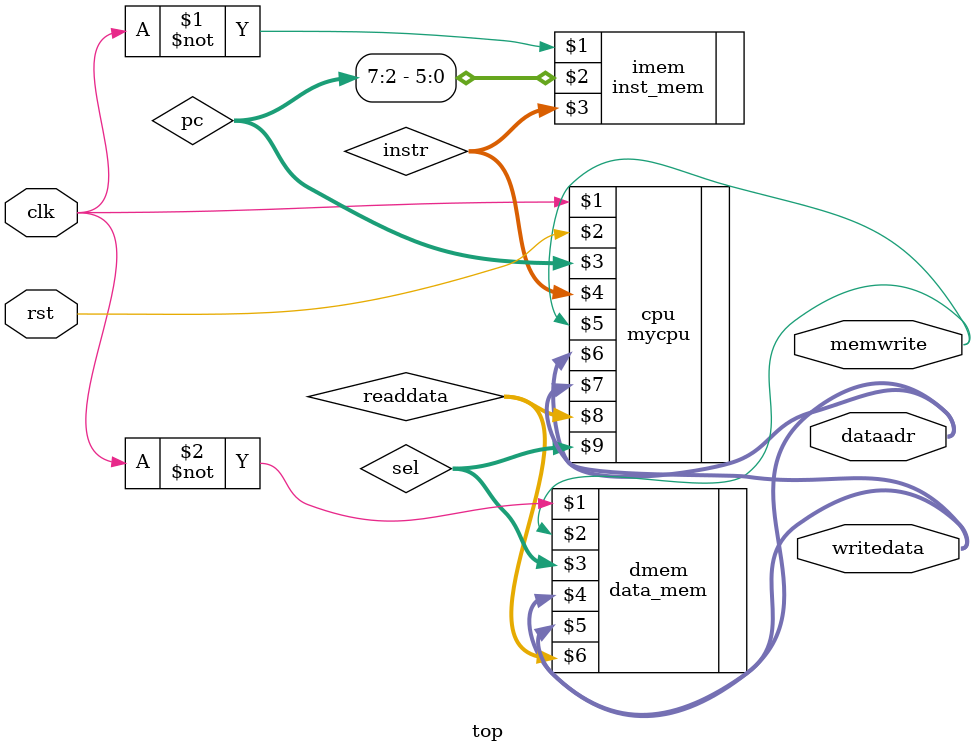
<source format=v>
`timescale 1ns / 1ps


module top(
	input wire clk,rst,
	output wire[31:0] writedata,dataadr,
	output wire memwrite
    );

	wire[31:0] pc,instr,readdata;
	wire [3:0] sel;
	mycpu cpu(clk,rst,pc,instr,memwrite,dataadr,writedata,readdata,sel);
	inst_mem imem(~clk,pc[7:2],instr);
	data_mem dmem(~clk,memwrite,sel,dataadr,writedata,readdata);
endmodule

</source>
